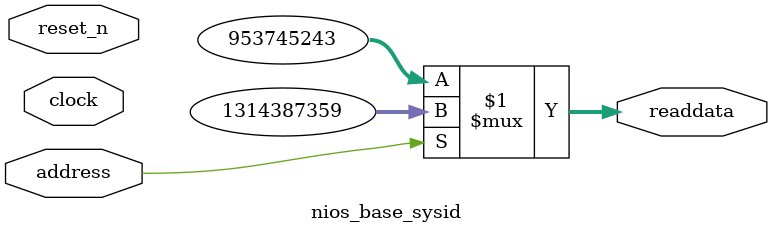
<source format=v>

`timescale 1ns / 1ps
// synthesis translate_on

// turn off superfluous verilog processor warnings 
// altera message_level Level1 
// altera message_off 10034 10035 10036 10037 10230 10240 10030 

module nios_base_sysid (
               // inputs:
                address,
                clock,
                reset_n,

               // outputs:
                readdata
             )
;

  output  [ 31: 0] readdata;
  input            address;
  input            clock;
  input            reset_n;

  wire    [ 31: 0] readdata;
  //control_slave, which is an e_avalon_slave
  assign readdata = address ? 1314387359 : 953745243;

endmodule




</source>
